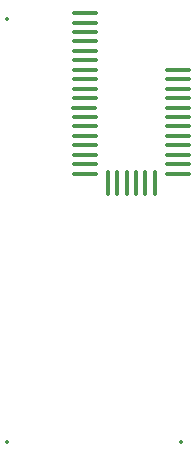
<source format=gtp>
G04 #@! TF.FileFunction,Paste,Top*
%FSLAX46Y46*%
G04 Gerber Fmt 4.6, Leading zero omitted, Abs format (unit mm)*
G04 Created by KiCad (PCBNEW 4.0.4-stable) date Tuesday, March 07, 2017 'PMt' 02:08:38 PM*
%MOMM*%
%LPD*%
G01*
G04 APERTURE LIST*
%ADD10C,0.100000*%
%ADD11C,0.355600*%
%ADD12O,2.347600X0.347600*%
%ADD13O,0.347600X2.347600*%
G04 APERTURE END LIST*
D10*
D11*
X132334000Y-89916000D03*
X147066000Y-125730000D03*
D12*
X138950000Y-89408700D03*
X138950000Y-90208700D03*
X138950000Y-91008700D03*
X138950000Y-91808700D03*
X138950000Y-92608700D03*
X138950000Y-93408700D03*
X138950000Y-94208700D03*
X138950000Y-95008700D03*
X138950000Y-95808700D03*
X138950000Y-96608700D03*
X138900000Y-97408700D03*
X138950000Y-98208700D03*
X138950000Y-99008700D03*
X138950000Y-99808700D03*
X138950000Y-100608700D03*
X138950000Y-101408700D03*
X138950000Y-102208700D03*
X138950000Y-103008700D03*
D13*
X140875000Y-103808700D03*
X141675000Y-103808700D03*
X142475000Y-103808700D03*
X143275000Y-103808700D03*
X144075000Y-103808700D03*
X144875000Y-103808700D03*
D12*
X146800000Y-103008700D03*
X146800000Y-102208700D03*
X146800000Y-101408700D03*
X146800000Y-100608700D03*
X146800000Y-99808700D03*
X146800000Y-99008700D03*
X146800000Y-98208700D03*
X146800000Y-97408700D03*
X146800000Y-96608700D03*
X146800000Y-95808700D03*
X146800000Y-95008700D03*
X146800000Y-94208700D03*
D11*
X132334000Y-125730000D03*
M02*

</source>
